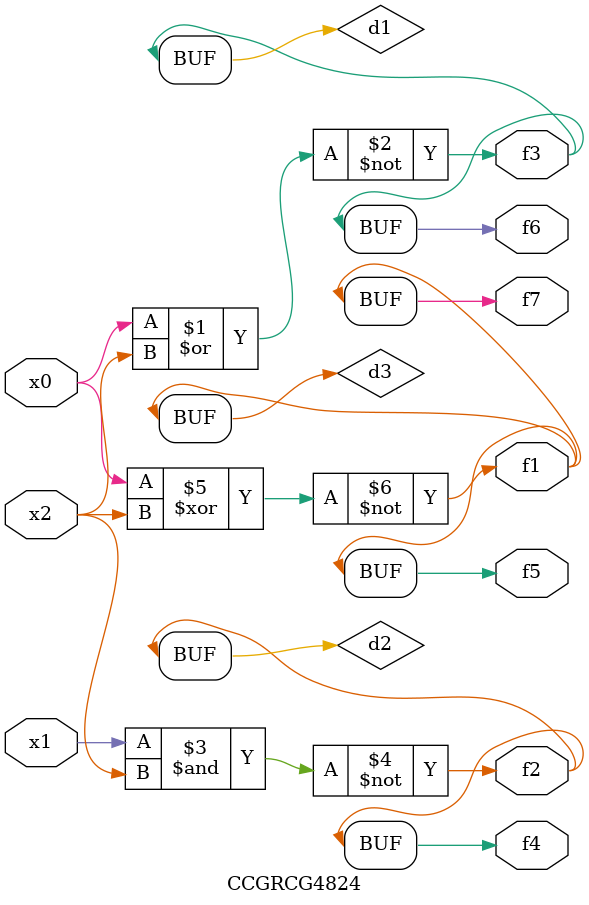
<source format=v>
module CCGRCG4824(
	input x0, x1, x2,
	output f1, f2, f3, f4, f5, f6, f7
);

	wire d1, d2, d3;

	nor (d1, x0, x2);
	nand (d2, x1, x2);
	xnor (d3, x0, x2);
	assign f1 = d3;
	assign f2 = d2;
	assign f3 = d1;
	assign f4 = d2;
	assign f5 = d3;
	assign f6 = d1;
	assign f7 = d3;
endmodule

</source>
